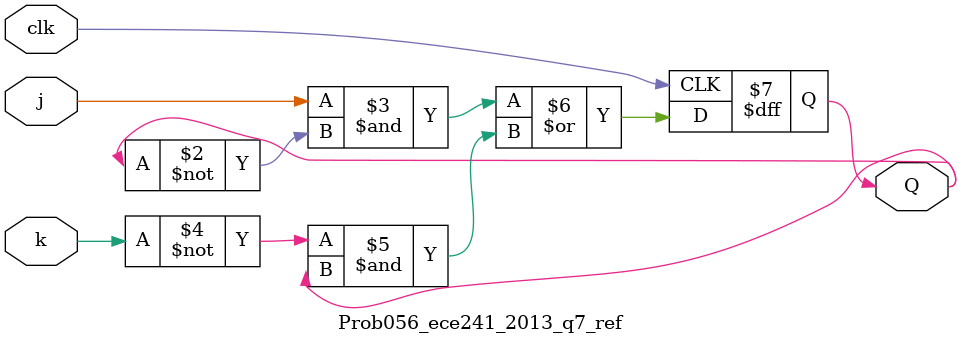
<source format=sv>

module Prob056_ece241_2013_q7_ref (
  input clk,
  input j,
  input k,
  output reg Q
);

  always @(posedge clk)
    Q <= j&~Q | ~k&Q;

endmodule


</source>
